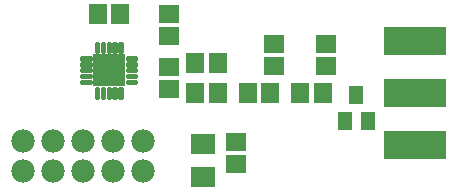
<source format=gts>
G75*
%MOIN*%
%OFA0B0*%
%FSLAX25Y25*%
%IPPOS*%
%LPD*%
%AMOC8*
5,1,8,0,0,1.08239X$1,22.5*
%
%ADD10R,0.07887X0.07099*%
%ADD11R,0.05918X0.06706*%
%ADD12R,0.06706X0.05918*%
%ADD13R,0.04737X0.06312*%
%ADD14C,0.07800*%
%ADD15C,0.00985*%
%ADD16R,0.11036X0.11036*%
%ADD17R,0.20800X0.09800*%
D10*
X0078677Y0043238D03*
X0078677Y0054262D03*
D11*
X0076187Y0071250D03*
X0083667Y0071250D03*
X0093687Y0071250D03*
X0101167Y0071250D03*
X0111187Y0071250D03*
X0118667Y0071250D03*
X0083667Y0081250D03*
X0076187Y0081250D03*
X0051167Y0097500D03*
X0043687Y0097500D03*
D12*
X0067427Y0097490D03*
X0067427Y0090010D03*
X0067427Y0079990D03*
X0067427Y0072510D03*
X0089927Y0054990D03*
X0089927Y0047510D03*
X0102427Y0080010D03*
X0102427Y0087490D03*
X0119927Y0087490D03*
X0119927Y0080010D03*
D13*
X0129927Y0070581D03*
X0126187Y0061919D03*
X0133667Y0061919D03*
D14*
X0018677Y0045000D03*
X0028677Y0045000D03*
X0038677Y0045000D03*
X0048677Y0045000D03*
X0058677Y0045000D03*
X0058677Y0055000D03*
X0048677Y0055000D03*
X0038677Y0055000D03*
X0028677Y0055000D03*
X0018677Y0055000D03*
D15*
X0043070Y0072693D02*
X0043910Y0072693D01*
X0043910Y0069571D01*
X0043070Y0069571D01*
X0043070Y0072693D01*
X0043070Y0070555D02*
X0043910Y0070555D01*
X0043910Y0071539D02*
X0043070Y0071539D01*
X0043070Y0072523D02*
X0043910Y0072523D01*
X0045039Y0072693D02*
X0045879Y0072693D01*
X0045879Y0069571D01*
X0045039Y0069571D01*
X0045039Y0072693D01*
X0045039Y0070555D02*
X0045879Y0070555D01*
X0045879Y0071539D02*
X0045039Y0071539D01*
X0045039Y0072523D02*
X0045879Y0072523D01*
X0047007Y0072693D02*
X0047847Y0072693D01*
X0047847Y0069571D01*
X0047007Y0069571D01*
X0047007Y0072693D01*
X0047007Y0070555D02*
X0047847Y0070555D01*
X0047847Y0071539D02*
X0047007Y0071539D01*
X0047007Y0072523D02*
X0047847Y0072523D01*
X0048976Y0072693D02*
X0049816Y0072693D01*
X0049816Y0069571D01*
X0048976Y0069571D01*
X0048976Y0072693D01*
X0048976Y0070555D02*
X0049816Y0070555D01*
X0049816Y0071539D02*
X0048976Y0071539D01*
X0048976Y0072523D02*
X0049816Y0072523D01*
X0050944Y0072693D02*
X0051784Y0072693D01*
X0051784Y0069571D01*
X0050944Y0069571D01*
X0050944Y0072693D01*
X0050944Y0070555D02*
X0051784Y0070555D01*
X0051784Y0071539D02*
X0050944Y0071539D01*
X0050944Y0072523D02*
X0051784Y0072523D01*
X0053484Y0074393D02*
X0053484Y0075233D01*
X0056606Y0075233D01*
X0056606Y0074393D01*
X0053484Y0074393D01*
X0053484Y0076361D02*
X0053484Y0077201D01*
X0056606Y0077201D01*
X0056606Y0076361D01*
X0053484Y0076361D01*
X0053484Y0078330D02*
X0053484Y0079170D01*
X0056606Y0079170D01*
X0056606Y0078330D01*
X0053484Y0078330D01*
X0053484Y0080299D02*
X0053484Y0081139D01*
X0056606Y0081139D01*
X0056606Y0080299D01*
X0053484Y0080299D01*
X0053484Y0082267D02*
X0053484Y0083107D01*
X0056606Y0083107D01*
X0056606Y0082267D01*
X0053484Y0082267D01*
X0051784Y0084807D02*
X0050944Y0084807D01*
X0050944Y0087929D01*
X0051784Y0087929D01*
X0051784Y0084807D01*
X0051784Y0085791D02*
X0050944Y0085791D01*
X0050944Y0086775D02*
X0051784Y0086775D01*
X0051784Y0087759D02*
X0050944Y0087759D01*
X0049816Y0084807D02*
X0048976Y0084807D01*
X0048976Y0087929D01*
X0049816Y0087929D01*
X0049816Y0084807D01*
X0049816Y0085791D02*
X0048976Y0085791D01*
X0048976Y0086775D02*
X0049816Y0086775D01*
X0049816Y0087759D02*
X0048976Y0087759D01*
X0047847Y0084807D02*
X0047007Y0084807D01*
X0047007Y0087929D01*
X0047847Y0087929D01*
X0047847Y0084807D01*
X0047847Y0085791D02*
X0047007Y0085791D01*
X0047007Y0086775D02*
X0047847Y0086775D01*
X0047847Y0087759D02*
X0047007Y0087759D01*
X0045879Y0084807D02*
X0045039Y0084807D01*
X0045039Y0087929D01*
X0045879Y0087929D01*
X0045879Y0084807D01*
X0045879Y0085791D02*
X0045039Y0085791D01*
X0045039Y0086775D02*
X0045879Y0086775D01*
X0045879Y0087759D02*
X0045039Y0087759D01*
X0043910Y0084807D02*
X0043070Y0084807D01*
X0043070Y0087929D01*
X0043910Y0087929D01*
X0043910Y0084807D01*
X0043910Y0085791D02*
X0043070Y0085791D01*
X0043070Y0086775D02*
X0043910Y0086775D01*
X0043910Y0087759D02*
X0043070Y0087759D01*
X0041370Y0083107D02*
X0041370Y0082267D01*
X0038248Y0082267D01*
X0038248Y0083107D01*
X0041370Y0083107D01*
X0041370Y0081139D02*
X0041370Y0080299D01*
X0038248Y0080299D01*
X0038248Y0081139D01*
X0041370Y0081139D01*
X0041370Y0079170D02*
X0041370Y0078330D01*
X0038248Y0078330D01*
X0038248Y0079170D01*
X0041370Y0079170D01*
X0041370Y0077201D02*
X0041370Y0076361D01*
X0038248Y0076361D01*
X0038248Y0077201D01*
X0041370Y0077201D01*
X0041370Y0075233D02*
X0041370Y0074393D01*
X0038248Y0074393D01*
X0038248Y0075233D01*
X0041370Y0075233D01*
D16*
X0047427Y0078750D03*
D17*
X0149365Y0071250D03*
X0149365Y0053850D03*
X0149365Y0088650D03*
M02*

</source>
